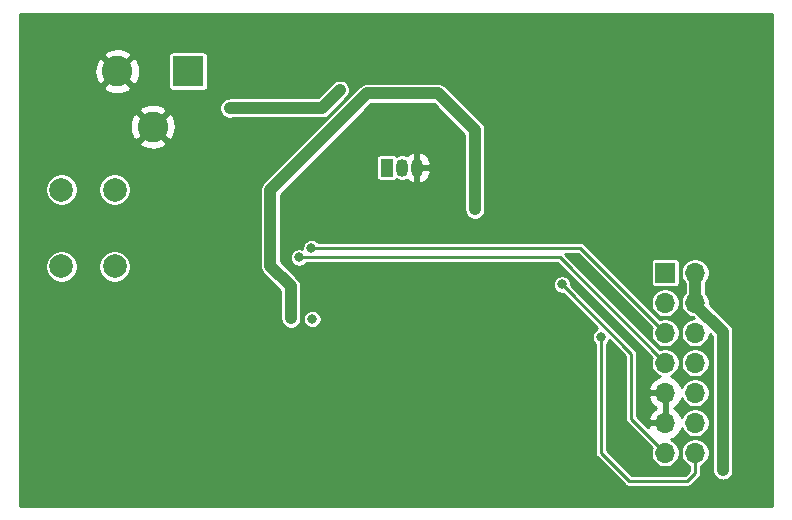
<source format=gbl>
%TF.GenerationSoftware,KiCad,Pcbnew,(5.1.10)-1*%
%TF.CreationDate,2021-08-21T14:03:18+05:30*%
%TF.ProjectId,5V_DC-DC_Converter,35565f44-432d-4444-935f-436f6e766572,v01*%
%TF.SameCoordinates,Original*%
%TF.FileFunction,Copper,L2,Bot*%
%TF.FilePolarity,Positive*%
%FSLAX46Y46*%
G04 Gerber Fmt 4.6, Leading zero omitted, Abs format (unit mm)*
G04 Created by KiCad (PCBNEW (5.1.10)-1) date 2021-08-21 14:03:18*
%MOMM*%
%LPD*%
G01*
G04 APERTURE LIST*
%TA.AperFunction,ComponentPad*%
%ADD10C,2.000000*%
%TD*%
%TA.AperFunction,ComponentPad*%
%ADD11R,1.050000X1.500000*%
%TD*%
%TA.AperFunction,ComponentPad*%
%ADD12O,1.050000X1.500000*%
%TD*%
%TA.AperFunction,ComponentPad*%
%ADD13O,1.700000X1.700000*%
%TD*%
%TA.AperFunction,ComponentPad*%
%ADD14R,1.700000X1.700000*%
%TD*%
%TA.AperFunction,ComponentPad*%
%ADD15C,2.600000*%
%TD*%
%TA.AperFunction,ComponentPad*%
%ADD16R,2.600000X2.600000*%
%TD*%
%TA.AperFunction,ViaPad*%
%ADD17C,0.800000*%
%TD*%
%TA.AperFunction,Conductor*%
%ADD18C,0.254000*%
%TD*%
%TA.AperFunction,Conductor*%
%ADD19C,1.016000*%
%TD*%
%TA.AperFunction,Conductor*%
%ADD20C,0.100000*%
%TD*%
G04 APERTURE END LIST*
D10*
%TO.P,SW1,2*%
%TO.N,/Hold_Switch/SwPin2*%
X121766720Y-99715320D03*
%TO.P,SW1,1*%
%TO.N,/Hold_Switch/Input*%
X117266720Y-99715320D03*
%TO.P,SW1,3*%
%TO.N,Net-(SW1-Pad3)*%
X121766720Y-93215320D03*
%TO.P,SW1,4*%
%TO.N,Net-(SW1-Pad4)*%
X117266720Y-93215320D03*
%TD*%
D11*
%TO.P,Q2,1*%
%TO.N,Net-(Q1-Pad2)*%
X144815560Y-91351100D03*
D12*
%TO.P,Q2,3*%
%TO.N,GND*%
X147355560Y-91351100D03*
%TO.P,Q2,2*%
%TO.N,Net-(D1-Pad1)*%
X146085560Y-91351100D03*
%TD*%
D13*
%TO.P,J2,14*%
%TO.N,5V_ADC*%
X170921560Y-115496320D03*
%TO.P,J2,13*%
%TO.N,3.3V_ADC*%
X168381560Y-115496320D03*
%TO.P,J2,12*%
%TO.N,Net-(J2-Pad12)*%
X170921560Y-112956320D03*
%TO.P,J2,11*%
%TO.N,GND*%
X168381560Y-112956320D03*
%TO.P,J2,10*%
%TO.N,Net-(J2-Pad10)*%
X170921560Y-110416320D03*
%TO.P,J2,9*%
%TO.N,GND*%
X168381560Y-110416320D03*
%TO.P,J2,8*%
%TO.N,Net-(J2-Pad8)*%
X170921560Y-107876320D03*
%TO.P,J2,7*%
%TO.N,/MC_Input*%
X168381560Y-107876320D03*
%TO.P,J2,6*%
%TO.N,Net-(J2-Pad6)*%
X170921560Y-105336320D03*
%TO.P,J2,5*%
%TO.N,/MC_Output*%
X168381560Y-105336320D03*
%TO.P,J2,4*%
%TO.N,+3.3V*%
X170921560Y-102796320D03*
%TO.P,J2,3*%
%TO.N,+5V*%
X168381560Y-102796320D03*
%TO.P,J2,2*%
%TO.N,+3.3V*%
X170921560Y-100256320D03*
D14*
%TO.P,J2,1*%
%TO.N,+5V*%
X168381560Y-100256320D03*
%TD*%
D15*
%TO.P,J1,3*%
%TO.N,GND*%
X124996000Y-87887500D03*
%TO.P,J1,2*%
X121996000Y-83187500D03*
D16*
%TO.P,J1,1*%
%TO.N,Net-(J1-Pad1)*%
X127996000Y-83187500D03*
%TD*%
D17*
%TO.N,GND*%
X132090160Y-107673140D03*
X130741420Y-107673140D03*
X132115560Y-105884980D03*
X130766820Y-105892600D03*
X132120640Y-104117140D03*
X130810000Y-104112060D03*
X152791160Y-107708700D03*
X152781000Y-105976420D03*
X152808940Y-104178100D03*
X151287480Y-107718860D03*
X151091900Y-105958640D03*
X151081740Y-104170480D03*
%TO.N,/MC_Output*%
X138435080Y-98145600D03*
%TO.N,/MC_Input*%
X137378440Y-98958400D03*
%TO.N,+3.3V*%
X173263560Y-116959380D03*
%TO.N,MC_M*%
X136700260Y-104104440D03*
X138508740Y-104170480D03*
X149156420Y-85074760D03*
X152273000Y-94891860D03*
%TO.N,3.3V_ADC*%
X159636460Y-101246940D03*
%TO.N,5V_ADC*%
X162928300Y-105709720D03*
%TO.N,/Hold_Switch/Input*%
X132547360Y-86304120D03*
X140822680Y-84797900D03*
X131516120Y-86326980D03*
%TD*%
D18*
%TO.N,/MC_Output*%
X168381560Y-105336320D02*
X161190840Y-98145600D01*
X161190840Y-98145600D02*
X138435080Y-98145600D01*
%TO.N,/MC_Input*%
X168381560Y-107876320D02*
X159463640Y-98958400D01*
X159463640Y-98958400D02*
X137378440Y-98958400D01*
D19*
%TO.N,+3.3V*%
X170921560Y-102950558D02*
X170921560Y-102796320D01*
X173263560Y-105292558D02*
X170921560Y-102950558D01*
X173263560Y-116959380D02*
X173263560Y-105292558D01*
X170921560Y-102796320D02*
X170921560Y-100256320D01*
%TO.N,MC_M*%
X136700260Y-104104440D02*
X136700260Y-101417120D01*
X136700260Y-101417120D02*
X134955280Y-99672140D01*
X134955280Y-99672140D02*
X134955280Y-93268800D01*
X134955280Y-93268800D02*
X143149320Y-85074760D01*
X143149320Y-85074760D02*
X149156420Y-85074760D01*
X149156420Y-85074760D02*
X149156420Y-85074760D01*
X152273000Y-88191340D02*
X149156420Y-85074760D01*
X152273000Y-94891860D02*
X152273000Y-88191340D01*
D18*
%TO.N,3.3V_ADC*%
X168381560Y-115496320D02*
X165493700Y-112608460D01*
X165493700Y-112608460D02*
X165493700Y-107104180D01*
X165493700Y-107104180D02*
X160036459Y-101646939D01*
X160036459Y-101646939D02*
X159636460Y-101246940D01*
%TO.N,5V_ADC*%
X170921560Y-115496320D02*
X170921560Y-117223660D01*
X165351460Y-117914420D02*
X162928300Y-115491260D01*
X162928300Y-115491260D02*
X162928300Y-105709720D01*
X170230800Y-117914420D02*
X165351460Y-117914420D01*
X170921560Y-117223660D02*
X170230800Y-117914420D01*
D19*
%TO.N,/Hold_Switch/Input*%
X132547360Y-86304120D02*
X139316460Y-86304120D01*
X139316460Y-86304120D02*
X140822680Y-84797900D01*
X131538980Y-86304120D02*
X131516120Y-86326980D01*
X132547360Y-86304120D02*
X131538980Y-86304120D01*
%TD*%
D18*
%TO.N,GND*%
X177394024Y-120017940D02*
X113789083Y-120017940D01*
X113790305Y-99579303D01*
X115885720Y-99579303D01*
X115885720Y-99851337D01*
X115938791Y-100118143D01*
X116042894Y-100369469D01*
X116194027Y-100595656D01*
X116386384Y-100788013D01*
X116612571Y-100939146D01*
X116863897Y-101043249D01*
X117130703Y-101096320D01*
X117402737Y-101096320D01*
X117669543Y-101043249D01*
X117920869Y-100939146D01*
X118147056Y-100788013D01*
X118339413Y-100595656D01*
X118490546Y-100369469D01*
X118594649Y-100118143D01*
X118647720Y-99851337D01*
X118647720Y-99579303D01*
X120385720Y-99579303D01*
X120385720Y-99851337D01*
X120438791Y-100118143D01*
X120542894Y-100369469D01*
X120694027Y-100595656D01*
X120886384Y-100788013D01*
X121112571Y-100939146D01*
X121363897Y-101043249D01*
X121630703Y-101096320D01*
X121902737Y-101096320D01*
X122169543Y-101043249D01*
X122420869Y-100939146D01*
X122647056Y-100788013D01*
X122839413Y-100595656D01*
X122990546Y-100369469D01*
X123094649Y-100118143D01*
X123147720Y-99851337D01*
X123147720Y-99579303D01*
X123094649Y-99312497D01*
X122990546Y-99061171D01*
X122839413Y-98834984D01*
X122647056Y-98642627D01*
X122420869Y-98491494D01*
X122169543Y-98387391D01*
X121902737Y-98334320D01*
X121630703Y-98334320D01*
X121363897Y-98387391D01*
X121112571Y-98491494D01*
X120886384Y-98642627D01*
X120694027Y-98834984D01*
X120542894Y-99061171D01*
X120438791Y-99312497D01*
X120385720Y-99579303D01*
X118647720Y-99579303D01*
X118594649Y-99312497D01*
X118490546Y-99061171D01*
X118339413Y-98834984D01*
X118147056Y-98642627D01*
X117920869Y-98491494D01*
X117669543Y-98387391D01*
X117402737Y-98334320D01*
X117130703Y-98334320D01*
X116863897Y-98387391D01*
X116612571Y-98491494D01*
X116386384Y-98642627D01*
X116194027Y-98834984D01*
X116042894Y-99061171D01*
X115938791Y-99312497D01*
X115885720Y-99579303D01*
X113790305Y-99579303D01*
X113790694Y-93079303D01*
X115885720Y-93079303D01*
X115885720Y-93351337D01*
X115938791Y-93618143D01*
X116042894Y-93869469D01*
X116194027Y-94095656D01*
X116386384Y-94288013D01*
X116612571Y-94439146D01*
X116863897Y-94543249D01*
X117130703Y-94596320D01*
X117402737Y-94596320D01*
X117669543Y-94543249D01*
X117920869Y-94439146D01*
X118147056Y-94288013D01*
X118339413Y-94095656D01*
X118490546Y-93869469D01*
X118594649Y-93618143D01*
X118647720Y-93351337D01*
X118647720Y-93079303D01*
X120385720Y-93079303D01*
X120385720Y-93351337D01*
X120438791Y-93618143D01*
X120542894Y-93869469D01*
X120694027Y-94095656D01*
X120886384Y-94288013D01*
X121112571Y-94439146D01*
X121363897Y-94543249D01*
X121630703Y-94596320D01*
X121902737Y-94596320D01*
X122169543Y-94543249D01*
X122420869Y-94439146D01*
X122647056Y-94288013D01*
X122839413Y-94095656D01*
X122990546Y-93869469D01*
X123094649Y-93618143D01*
X123147720Y-93351337D01*
X123147720Y-93268800D01*
X134061980Y-93268800D01*
X134066281Y-93312470D01*
X134066280Y-99628480D01*
X134061980Y-99672140D01*
X134066280Y-99715800D01*
X134066280Y-99715806D01*
X134068604Y-99739400D01*
X134079144Y-99846414D01*
X134094565Y-99897251D01*
X134129977Y-100013990D01*
X134212527Y-100168430D01*
X134323621Y-100303799D01*
X134357544Y-100331639D01*
X135811261Y-101785356D01*
X135811260Y-104148106D01*
X135824124Y-104278713D01*
X135874957Y-104446290D01*
X135957507Y-104600730D01*
X136068601Y-104736099D01*
X136203969Y-104847193D01*
X136358409Y-104929743D01*
X136525986Y-104980576D01*
X136700260Y-104997741D01*
X136874533Y-104980576D01*
X137042110Y-104929743D01*
X137196550Y-104847193D01*
X137331919Y-104736099D01*
X137443013Y-104600731D01*
X137525563Y-104446291D01*
X137576396Y-104278714D01*
X137589260Y-104148107D01*
X137589260Y-104093558D01*
X137727740Y-104093558D01*
X137727740Y-104247402D01*
X137757753Y-104398289D01*
X137816627Y-104540422D01*
X137902098Y-104668339D01*
X138010881Y-104777122D01*
X138138798Y-104862593D01*
X138280931Y-104921467D01*
X138431818Y-104951480D01*
X138585662Y-104951480D01*
X138736549Y-104921467D01*
X138878682Y-104862593D01*
X139006599Y-104777122D01*
X139115382Y-104668339D01*
X139200853Y-104540422D01*
X139259727Y-104398289D01*
X139289740Y-104247402D01*
X139289740Y-104093558D01*
X139259727Y-103942671D01*
X139200853Y-103800538D01*
X139115382Y-103672621D01*
X139006599Y-103563838D01*
X138878682Y-103478367D01*
X138736549Y-103419493D01*
X138585662Y-103389480D01*
X138431818Y-103389480D01*
X138280931Y-103419493D01*
X138138798Y-103478367D01*
X138010881Y-103563838D01*
X137902098Y-103672621D01*
X137816627Y-103800538D01*
X137757753Y-103942671D01*
X137727740Y-104093558D01*
X137589260Y-104093558D01*
X137589260Y-101460779D01*
X137593560Y-101417119D01*
X137589260Y-101373459D01*
X137589260Y-101373453D01*
X137576396Y-101242846D01*
X137576396Y-101242844D01*
X137534982Y-101106320D01*
X137525563Y-101075269D01*
X137443013Y-100920829D01*
X137331919Y-100785461D01*
X137297996Y-100757621D01*
X135844280Y-99303905D01*
X135844280Y-98881478D01*
X136597440Y-98881478D01*
X136597440Y-99035322D01*
X136627453Y-99186209D01*
X136686327Y-99328342D01*
X136771798Y-99456259D01*
X136880581Y-99565042D01*
X137008498Y-99650513D01*
X137150631Y-99709387D01*
X137301518Y-99739400D01*
X137455362Y-99739400D01*
X137606249Y-99709387D01*
X137748382Y-99650513D01*
X137876299Y-99565042D01*
X137974941Y-99466400D01*
X159253220Y-99466400D01*
X167228973Y-107442154D01*
X167197867Y-107517251D01*
X167150560Y-107755077D01*
X167150560Y-107997563D01*
X167197867Y-108235389D01*
X167290662Y-108459417D01*
X167425380Y-108661037D01*
X167596843Y-108832500D01*
X167798463Y-108967218D01*
X167912728Y-109014548D01*
X167750308Y-109072163D01*
X167500205Y-109221142D01*
X167283972Y-109416051D01*
X167109919Y-109649400D01*
X166984735Y-109912221D01*
X166940084Y-110059430D01*
X167061405Y-110289320D01*
X168254560Y-110289320D01*
X168254560Y-110269320D01*
X168508560Y-110269320D01*
X168508560Y-110289320D01*
X168528560Y-110289320D01*
X168528560Y-110543320D01*
X168508560Y-110543320D01*
X168508560Y-112829320D01*
X168528560Y-112829320D01*
X168528560Y-113083320D01*
X168508560Y-113083320D01*
X168508560Y-113103320D01*
X168254560Y-113103320D01*
X168254560Y-113083320D01*
X167061405Y-113083320D01*
X166940084Y-113313210D01*
X166950191Y-113346531D01*
X166001700Y-112398040D01*
X166001700Y-110773210D01*
X166940084Y-110773210D01*
X166984735Y-110920419D01*
X167109919Y-111183240D01*
X167283972Y-111416589D01*
X167500205Y-111611498D01*
X167625815Y-111686320D01*
X167500205Y-111761142D01*
X167283972Y-111956051D01*
X167109919Y-112189400D01*
X166984735Y-112452221D01*
X166940084Y-112599430D01*
X167061405Y-112829320D01*
X168254560Y-112829320D01*
X168254560Y-110543320D01*
X167061405Y-110543320D01*
X166940084Y-110773210D01*
X166001700Y-110773210D01*
X166001700Y-107129123D01*
X166004157Y-107104179D01*
X166001700Y-107079233D01*
X165994349Y-107004595D01*
X165965301Y-106908837D01*
X165965300Y-106908835D01*
X165918129Y-106820584D01*
X165870550Y-106762609D01*
X165854648Y-106743232D01*
X165835271Y-106727330D01*
X160417460Y-101309520D01*
X160417460Y-101170018D01*
X160387447Y-101019131D01*
X160328573Y-100876998D01*
X160243102Y-100749081D01*
X160134319Y-100640298D01*
X160006402Y-100554827D01*
X159864269Y-100495953D01*
X159713382Y-100465940D01*
X159559538Y-100465940D01*
X159408651Y-100495953D01*
X159266518Y-100554827D01*
X159138601Y-100640298D01*
X159029818Y-100749081D01*
X158944347Y-100876998D01*
X158885473Y-101019131D01*
X158855460Y-101170018D01*
X158855460Y-101323862D01*
X158885473Y-101474749D01*
X158944347Y-101616882D01*
X159029818Y-101744799D01*
X159138601Y-101853582D01*
X159266518Y-101939053D01*
X159408651Y-101997927D01*
X159559538Y-102027940D01*
X159699040Y-102027940D01*
X162650528Y-104979429D01*
X162558358Y-105017607D01*
X162430441Y-105103078D01*
X162321658Y-105211861D01*
X162236187Y-105339778D01*
X162177313Y-105481911D01*
X162147300Y-105632798D01*
X162147300Y-105786642D01*
X162177313Y-105937529D01*
X162236187Y-106079662D01*
X162321658Y-106207579D01*
X162420301Y-106306222D01*
X162420300Y-115466316D01*
X162417843Y-115491260D01*
X162420300Y-115516204D01*
X162420300Y-115516206D01*
X162427651Y-115590844D01*
X162456699Y-115686602D01*
X162503871Y-115774855D01*
X162567352Y-115852208D01*
X162586735Y-115868115D01*
X164974605Y-118255985D01*
X164990512Y-118275368D01*
X165067865Y-118338849D01*
X165156117Y-118386021D01*
X165251875Y-118415069D01*
X165326513Y-118422420D01*
X165326516Y-118422420D01*
X165351460Y-118424877D01*
X165376404Y-118422420D01*
X170205856Y-118422420D01*
X170230800Y-118424877D01*
X170255744Y-118422420D01*
X170255747Y-118422420D01*
X170330385Y-118415069D01*
X170426143Y-118386021D01*
X170514395Y-118338849D01*
X170591748Y-118275368D01*
X170607655Y-118255985D01*
X171263130Y-117600511D01*
X171282508Y-117584608D01*
X171308060Y-117553472D01*
X171345989Y-117507256D01*
X171393160Y-117419005D01*
X171396978Y-117406420D01*
X171422209Y-117323245D01*
X171429560Y-117248607D01*
X171429560Y-117248605D01*
X171432017Y-117223661D01*
X171429560Y-117198717D01*
X171429560Y-116618324D01*
X171504657Y-116587218D01*
X171706277Y-116452500D01*
X171877740Y-116281037D01*
X172012458Y-116079417D01*
X172105253Y-115855389D01*
X172152560Y-115617563D01*
X172152560Y-115375077D01*
X172105253Y-115137251D01*
X172012458Y-114913223D01*
X171877740Y-114711603D01*
X171706277Y-114540140D01*
X171504657Y-114405422D01*
X171280629Y-114312627D01*
X171042803Y-114265320D01*
X170800317Y-114265320D01*
X170562491Y-114312627D01*
X170338463Y-114405422D01*
X170136843Y-114540140D01*
X169965380Y-114711603D01*
X169830662Y-114913223D01*
X169737867Y-115137251D01*
X169690560Y-115375077D01*
X169690560Y-115617563D01*
X169737867Y-115855389D01*
X169830662Y-116079417D01*
X169965380Y-116281037D01*
X170136843Y-116452500D01*
X170338463Y-116587218D01*
X170413561Y-116618324D01*
X170413561Y-117013238D01*
X170020380Y-117406420D01*
X165561880Y-117406420D01*
X163436300Y-115280840D01*
X163436300Y-106306221D01*
X163534942Y-106207579D01*
X163620413Y-106079662D01*
X163658591Y-105987492D01*
X164985701Y-107314602D01*
X164985700Y-112583516D01*
X164983243Y-112608460D01*
X164985700Y-112633404D01*
X164985700Y-112633406D01*
X164993051Y-112708044D01*
X165022099Y-112803802D01*
X165069271Y-112892055D01*
X165132752Y-112969408D01*
X165152135Y-112985315D01*
X167228973Y-115062153D01*
X167197867Y-115137251D01*
X167150560Y-115375077D01*
X167150560Y-115617563D01*
X167197867Y-115855389D01*
X167290662Y-116079417D01*
X167425380Y-116281037D01*
X167596843Y-116452500D01*
X167798463Y-116587218D01*
X168022491Y-116680013D01*
X168260317Y-116727320D01*
X168502803Y-116727320D01*
X168740629Y-116680013D01*
X168964657Y-116587218D01*
X169166277Y-116452500D01*
X169337740Y-116281037D01*
X169472458Y-116079417D01*
X169565253Y-115855389D01*
X169612560Y-115617563D01*
X169612560Y-115375077D01*
X169565253Y-115137251D01*
X169472458Y-114913223D01*
X169337740Y-114711603D01*
X169166277Y-114540140D01*
X168964657Y-114405422D01*
X168850392Y-114358092D01*
X169012812Y-114300477D01*
X169262915Y-114151498D01*
X169479148Y-113956589D01*
X169653201Y-113723240D01*
X169778385Y-113460419D01*
X169786651Y-113433166D01*
X169830662Y-113539417D01*
X169965380Y-113741037D01*
X170136843Y-113912500D01*
X170338463Y-114047218D01*
X170562491Y-114140013D01*
X170800317Y-114187320D01*
X171042803Y-114187320D01*
X171280629Y-114140013D01*
X171504657Y-114047218D01*
X171706277Y-113912500D01*
X171877740Y-113741037D01*
X172012458Y-113539417D01*
X172105253Y-113315389D01*
X172152560Y-113077563D01*
X172152560Y-112835077D01*
X172105253Y-112597251D01*
X172012458Y-112373223D01*
X171877740Y-112171603D01*
X171706277Y-112000140D01*
X171504657Y-111865422D01*
X171280629Y-111772627D01*
X171042803Y-111725320D01*
X170800317Y-111725320D01*
X170562491Y-111772627D01*
X170338463Y-111865422D01*
X170136843Y-112000140D01*
X169965380Y-112171603D01*
X169830662Y-112373223D01*
X169786651Y-112479474D01*
X169778385Y-112452221D01*
X169653201Y-112189400D01*
X169479148Y-111956051D01*
X169262915Y-111761142D01*
X169137305Y-111686320D01*
X169262915Y-111611498D01*
X169479148Y-111416589D01*
X169653201Y-111183240D01*
X169778385Y-110920419D01*
X169786651Y-110893166D01*
X169830662Y-110999417D01*
X169965380Y-111201037D01*
X170136843Y-111372500D01*
X170338463Y-111507218D01*
X170562491Y-111600013D01*
X170800317Y-111647320D01*
X171042803Y-111647320D01*
X171280629Y-111600013D01*
X171504657Y-111507218D01*
X171706277Y-111372500D01*
X171877740Y-111201037D01*
X172012458Y-110999417D01*
X172105253Y-110775389D01*
X172152560Y-110537563D01*
X172152560Y-110295077D01*
X172105253Y-110057251D01*
X172012458Y-109833223D01*
X171877740Y-109631603D01*
X171706277Y-109460140D01*
X171504657Y-109325422D01*
X171280629Y-109232627D01*
X171042803Y-109185320D01*
X170800317Y-109185320D01*
X170562491Y-109232627D01*
X170338463Y-109325422D01*
X170136843Y-109460140D01*
X169965380Y-109631603D01*
X169830662Y-109833223D01*
X169786651Y-109939474D01*
X169778385Y-109912221D01*
X169653201Y-109649400D01*
X169479148Y-109416051D01*
X169262915Y-109221142D01*
X169012812Y-109072163D01*
X168850392Y-109014548D01*
X168964657Y-108967218D01*
X169166277Y-108832500D01*
X169337740Y-108661037D01*
X169472458Y-108459417D01*
X169565253Y-108235389D01*
X169612560Y-107997563D01*
X169612560Y-107755077D01*
X169690560Y-107755077D01*
X169690560Y-107997563D01*
X169737867Y-108235389D01*
X169830662Y-108459417D01*
X169965380Y-108661037D01*
X170136843Y-108832500D01*
X170338463Y-108967218D01*
X170562491Y-109060013D01*
X170800317Y-109107320D01*
X171042803Y-109107320D01*
X171280629Y-109060013D01*
X171504657Y-108967218D01*
X171706277Y-108832500D01*
X171877740Y-108661037D01*
X172012458Y-108459417D01*
X172105253Y-108235389D01*
X172152560Y-107997563D01*
X172152560Y-107755077D01*
X172105253Y-107517251D01*
X172012458Y-107293223D01*
X171877740Y-107091603D01*
X171706277Y-106920140D01*
X171504657Y-106785422D01*
X171280629Y-106692627D01*
X171042803Y-106645320D01*
X170800317Y-106645320D01*
X170562491Y-106692627D01*
X170338463Y-106785422D01*
X170136843Y-106920140D01*
X169965380Y-107091603D01*
X169830662Y-107293223D01*
X169737867Y-107517251D01*
X169690560Y-107755077D01*
X169612560Y-107755077D01*
X169565253Y-107517251D01*
X169472458Y-107293223D01*
X169337740Y-107091603D01*
X169166277Y-106920140D01*
X168964657Y-106785422D01*
X168740629Y-106692627D01*
X168502803Y-106645320D01*
X168260317Y-106645320D01*
X168022491Y-106692627D01*
X167947394Y-106723733D01*
X159877260Y-98653600D01*
X160980420Y-98653600D01*
X167228973Y-104902153D01*
X167197867Y-104977251D01*
X167150560Y-105215077D01*
X167150560Y-105457563D01*
X167197867Y-105695389D01*
X167290662Y-105919417D01*
X167425380Y-106121037D01*
X167596843Y-106292500D01*
X167798463Y-106427218D01*
X168022491Y-106520013D01*
X168260317Y-106567320D01*
X168502803Y-106567320D01*
X168740629Y-106520013D01*
X168964657Y-106427218D01*
X169166277Y-106292500D01*
X169337740Y-106121037D01*
X169472458Y-105919417D01*
X169565253Y-105695389D01*
X169612560Y-105457563D01*
X169612560Y-105215077D01*
X169565253Y-104977251D01*
X169472458Y-104753223D01*
X169337740Y-104551603D01*
X169166277Y-104380140D01*
X168964657Y-104245422D01*
X168740629Y-104152627D01*
X168502803Y-104105320D01*
X168260317Y-104105320D01*
X168022491Y-104152627D01*
X167947393Y-104183733D01*
X166438737Y-102675077D01*
X167150560Y-102675077D01*
X167150560Y-102917563D01*
X167197867Y-103155389D01*
X167290662Y-103379417D01*
X167425380Y-103581037D01*
X167596843Y-103752500D01*
X167798463Y-103887218D01*
X168022491Y-103980013D01*
X168260317Y-104027320D01*
X168502803Y-104027320D01*
X168740629Y-103980013D01*
X168964657Y-103887218D01*
X169166277Y-103752500D01*
X169337740Y-103581037D01*
X169472458Y-103379417D01*
X169565253Y-103155389D01*
X169612560Y-102917563D01*
X169612560Y-102675077D01*
X169565253Y-102437251D01*
X169472458Y-102213223D01*
X169337740Y-102011603D01*
X169166277Y-101840140D01*
X168964657Y-101705422D01*
X168740629Y-101612627D01*
X168502803Y-101565320D01*
X168260317Y-101565320D01*
X168022491Y-101612627D01*
X167798463Y-101705422D01*
X167596843Y-101840140D01*
X167425380Y-102011603D01*
X167290662Y-102213223D01*
X167197867Y-102437251D01*
X167150560Y-102675077D01*
X166438737Y-102675077D01*
X163169980Y-99406320D01*
X167148717Y-99406320D01*
X167148717Y-101106320D01*
X167156073Y-101181009D01*
X167177859Y-101252828D01*
X167213238Y-101319016D01*
X167260849Y-101377031D01*
X167318864Y-101424642D01*
X167385052Y-101460021D01*
X167456871Y-101481807D01*
X167531560Y-101489163D01*
X169231560Y-101489163D01*
X169306249Y-101481807D01*
X169378068Y-101460021D01*
X169444256Y-101424642D01*
X169502271Y-101377031D01*
X169549882Y-101319016D01*
X169585261Y-101252828D01*
X169607047Y-101181009D01*
X169614403Y-101106320D01*
X169614403Y-100135077D01*
X169690560Y-100135077D01*
X169690560Y-100377563D01*
X169737867Y-100615389D01*
X169830662Y-100839417D01*
X169965380Y-101041037D01*
X170032561Y-101108218D01*
X170032560Y-101944423D01*
X169965380Y-102011603D01*
X169830662Y-102213223D01*
X169737867Y-102437251D01*
X169690560Y-102675077D01*
X169690560Y-102917563D01*
X169737867Y-103155389D01*
X169830662Y-103379417D01*
X169965380Y-103581037D01*
X170136843Y-103752500D01*
X170338463Y-103887218D01*
X170562491Y-103980013D01*
X170726380Y-104012613D01*
X170819087Y-104105320D01*
X170800317Y-104105320D01*
X170562491Y-104152627D01*
X170338463Y-104245422D01*
X170136843Y-104380140D01*
X169965380Y-104551603D01*
X169830662Y-104753223D01*
X169737867Y-104977251D01*
X169690560Y-105215077D01*
X169690560Y-105457563D01*
X169737867Y-105695389D01*
X169830662Y-105919417D01*
X169965380Y-106121037D01*
X170136843Y-106292500D01*
X170338463Y-106427218D01*
X170562491Y-106520013D01*
X170800317Y-106567320D01*
X171042803Y-106567320D01*
X171280629Y-106520013D01*
X171504657Y-106427218D01*
X171706277Y-106292500D01*
X171877740Y-106121037D01*
X172012458Y-105919417D01*
X172105253Y-105695389D01*
X172152560Y-105457563D01*
X172152560Y-105438794D01*
X172374561Y-105660795D01*
X172374560Y-117003046D01*
X172387424Y-117133653D01*
X172438257Y-117301230D01*
X172520807Y-117455670D01*
X172631901Y-117591039D01*
X172767269Y-117702133D01*
X172921709Y-117784683D01*
X173089286Y-117835516D01*
X173263560Y-117852681D01*
X173437833Y-117835516D01*
X173605410Y-117784683D01*
X173759850Y-117702133D01*
X173895219Y-117591039D01*
X174006313Y-117455671D01*
X174088863Y-117301231D01*
X174139696Y-117133654D01*
X174152560Y-117003047D01*
X174152560Y-105336217D01*
X174156860Y-105292557D01*
X174152560Y-105248897D01*
X174152560Y-105248891D01*
X174139696Y-105118284D01*
X174139696Y-105118282D01*
X174096915Y-104977251D01*
X174088863Y-104950707D01*
X174006313Y-104796267D01*
X173895219Y-104660899D01*
X173861302Y-104633064D01*
X172151438Y-102923201D01*
X172152560Y-102917563D01*
X172152560Y-102675077D01*
X172105253Y-102437251D01*
X172012458Y-102213223D01*
X171877740Y-102011603D01*
X171810560Y-101944423D01*
X171810560Y-101108217D01*
X171877740Y-101041037D01*
X172012458Y-100839417D01*
X172105253Y-100615389D01*
X172152560Y-100377563D01*
X172152560Y-100135077D01*
X172105253Y-99897251D01*
X172012458Y-99673223D01*
X171877740Y-99471603D01*
X171706277Y-99300140D01*
X171504657Y-99165422D01*
X171280629Y-99072627D01*
X171042803Y-99025320D01*
X170800317Y-99025320D01*
X170562491Y-99072627D01*
X170338463Y-99165422D01*
X170136843Y-99300140D01*
X169965380Y-99471603D01*
X169830662Y-99673223D01*
X169737867Y-99897251D01*
X169690560Y-100135077D01*
X169614403Y-100135077D01*
X169614403Y-99406320D01*
X169607047Y-99331631D01*
X169585261Y-99259812D01*
X169549882Y-99193624D01*
X169502271Y-99135609D01*
X169444256Y-99087998D01*
X169378068Y-99052619D01*
X169306249Y-99030833D01*
X169231560Y-99023477D01*
X167531560Y-99023477D01*
X167456871Y-99030833D01*
X167385052Y-99052619D01*
X167318864Y-99087998D01*
X167260849Y-99135609D01*
X167213238Y-99193624D01*
X167177859Y-99259812D01*
X167156073Y-99331631D01*
X167148717Y-99406320D01*
X163169980Y-99406320D01*
X161567695Y-97804035D01*
X161551788Y-97784652D01*
X161474435Y-97721171D01*
X161386183Y-97673999D01*
X161290425Y-97644951D01*
X161215787Y-97637600D01*
X161215784Y-97637600D01*
X161190840Y-97635143D01*
X161165896Y-97637600D01*
X139031581Y-97637600D01*
X138932939Y-97538958D01*
X138805022Y-97453487D01*
X138662889Y-97394613D01*
X138512002Y-97364600D01*
X138358158Y-97364600D01*
X138207271Y-97394613D01*
X138065138Y-97453487D01*
X137937221Y-97538958D01*
X137828438Y-97647741D01*
X137742967Y-97775658D01*
X137684093Y-97917791D01*
X137654080Y-98068678D01*
X137654080Y-98222522D01*
X137655100Y-98227648D01*
X137606249Y-98207413D01*
X137455362Y-98177400D01*
X137301518Y-98177400D01*
X137150631Y-98207413D01*
X137008498Y-98266287D01*
X136880581Y-98351758D01*
X136771798Y-98460541D01*
X136686327Y-98588458D01*
X136627453Y-98730591D01*
X136597440Y-98881478D01*
X135844280Y-98881478D01*
X135844280Y-93637035D01*
X138880215Y-90601100D01*
X143907717Y-90601100D01*
X143907717Y-92101100D01*
X143915073Y-92175789D01*
X143936859Y-92247608D01*
X143972238Y-92313796D01*
X144019849Y-92371811D01*
X144077864Y-92419422D01*
X144144052Y-92454801D01*
X144215871Y-92476587D01*
X144290560Y-92483943D01*
X145340560Y-92483943D01*
X145415249Y-92476587D01*
X145487068Y-92454801D01*
X145553256Y-92419422D01*
X145611271Y-92371811D01*
X145623776Y-92356573D01*
X145737173Y-92417184D01*
X145907954Y-92468990D01*
X146085560Y-92486483D01*
X146263167Y-92468990D01*
X146433948Y-92417184D01*
X146510454Y-92376291D01*
X146591302Y-92461284D01*
X146778678Y-92593375D01*
X146988223Y-92686372D01*
X147049750Y-92695064D01*
X147228560Y-92569263D01*
X147228560Y-91478100D01*
X147482560Y-91478100D01*
X147482560Y-92569263D01*
X147661370Y-92695064D01*
X147722897Y-92686372D01*
X147932442Y-92593375D01*
X148119818Y-92461284D01*
X148277824Y-92295176D01*
X148400388Y-92101434D01*
X148482799Y-91887504D01*
X148521891Y-91661607D01*
X148362158Y-91478100D01*
X147482560Y-91478100D01*
X147228560Y-91478100D01*
X147208560Y-91478100D01*
X147208560Y-91224100D01*
X147228560Y-91224100D01*
X147228560Y-90132937D01*
X147482560Y-90132937D01*
X147482560Y-91224100D01*
X148362158Y-91224100D01*
X148521891Y-91040593D01*
X148482799Y-90814696D01*
X148400388Y-90600766D01*
X148277824Y-90407024D01*
X148119818Y-90240916D01*
X147932442Y-90108825D01*
X147722897Y-90015828D01*
X147661370Y-90007136D01*
X147482560Y-90132937D01*
X147228560Y-90132937D01*
X147049750Y-90007136D01*
X146988223Y-90015828D01*
X146778678Y-90108825D01*
X146591302Y-90240916D01*
X146510454Y-90325909D01*
X146433947Y-90285016D01*
X146263166Y-90233210D01*
X146085560Y-90215717D01*
X145907953Y-90233210D01*
X145737172Y-90285016D01*
X145623776Y-90345627D01*
X145611271Y-90330389D01*
X145553256Y-90282778D01*
X145487068Y-90247399D01*
X145415249Y-90225613D01*
X145340560Y-90218257D01*
X144290560Y-90218257D01*
X144215871Y-90225613D01*
X144144052Y-90247399D01*
X144077864Y-90282778D01*
X144019849Y-90330389D01*
X143972238Y-90388404D01*
X143936859Y-90454592D01*
X143915073Y-90526411D01*
X143907717Y-90601100D01*
X138880215Y-90601100D01*
X143517556Y-85963760D01*
X148788185Y-85963760D01*
X151384001Y-88559577D01*
X151384000Y-94935526D01*
X151396864Y-95066133D01*
X151447697Y-95233710D01*
X151530247Y-95388150D01*
X151641341Y-95523519D01*
X151776709Y-95634613D01*
X151931149Y-95717163D01*
X152098726Y-95767996D01*
X152273000Y-95785161D01*
X152447273Y-95767996D01*
X152614850Y-95717163D01*
X152769290Y-95634613D01*
X152904659Y-95523519D01*
X153015753Y-95388151D01*
X153098303Y-95233711D01*
X153149136Y-95066134D01*
X153162000Y-94935527D01*
X153162000Y-88235000D01*
X153166300Y-88191340D01*
X153162000Y-88147680D01*
X153162000Y-88147673D01*
X153149136Y-88017066D01*
X153098303Y-87849489D01*
X153015753Y-87695049D01*
X152904659Y-87559681D01*
X152870742Y-87531846D01*
X149815919Y-84477024D01*
X149788079Y-84443101D01*
X149652711Y-84332007D01*
X149498271Y-84249457D01*
X149330694Y-84198624D01*
X149200087Y-84185760D01*
X149200080Y-84185760D01*
X149156420Y-84181460D01*
X149112760Y-84185760D01*
X143192979Y-84185760D01*
X143149319Y-84181460D01*
X143105659Y-84185760D01*
X143105653Y-84185760D01*
X143008244Y-84195354D01*
X142975044Y-84198624D01*
X142887491Y-84225183D01*
X142807469Y-84249457D01*
X142653029Y-84332007D01*
X142517661Y-84443101D01*
X142489826Y-84477018D01*
X134357539Y-92609306D01*
X134323622Y-92637141D01*
X134295787Y-92671058D01*
X134295785Y-92671060D01*
X134212528Y-92772509D01*
X134129978Y-92926948D01*
X134079144Y-93094526D01*
X134061980Y-93268800D01*
X123147720Y-93268800D01*
X123147720Y-93079303D01*
X123094649Y-92812497D01*
X122990546Y-92561171D01*
X122839413Y-92334984D01*
X122647056Y-92142627D01*
X122420869Y-91991494D01*
X122169543Y-91887391D01*
X121902737Y-91834320D01*
X121630703Y-91834320D01*
X121363897Y-91887391D01*
X121112571Y-91991494D01*
X120886384Y-92142627D01*
X120694027Y-92334984D01*
X120542894Y-92561171D01*
X120438791Y-92812497D01*
X120385720Y-93079303D01*
X118647720Y-93079303D01*
X118594649Y-92812497D01*
X118490546Y-92561171D01*
X118339413Y-92334984D01*
X118147056Y-92142627D01*
X117920869Y-91991494D01*
X117669543Y-91887391D01*
X117402737Y-91834320D01*
X117130703Y-91834320D01*
X116863897Y-91887391D01*
X116612571Y-91991494D01*
X116386384Y-92142627D01*
X116194027Y-92334984D01*
X116042894Y-92561171D01*
X115938791Y-92812497D01*
X115885720Y-93079303D01*
X113790694Y-93079303D01*
X113790923Y-89236724D01*
X123826381Y-89236724D01*
X123958317Y-89531812D01*
X124299045Y-89702659D01*
X124666557Y-89803750D01*
X125046729Y-89831201D01*
X125424951Y-89783957D01*
X125786690Y-89663833D01*
X126033683Y-89531812D01*
X126165619Y-89236724D01*
X124996000Y-88067105D01*
X123826381Y-89236724D01*
X113790923Y-89236724D01*
X113791001Y-87938229D01*
X123052299Y-87938229D01*
X123099543Y-88316451D01*
X123219667Y-88678190D01*
X123351688Y-88925183D01*
X123646776Y-89057119D01*
X124816395Y-87887500D01*
X125175605Y-87887500D01*
X126345224Y-89057119D01*
X126640312Y-88925183D01*
X126811159Y-88584455D01*
X126912250Y-88216943D01*
X126939701Y-87836771D01*
X126892457Y-87458549D01*
X126772333Y-87096810D01*
X126640312Y-86849817D01*
X126345224Y-86717881D01*
X125175605Y-87887500D01*
X124816395Y-87887500D01*
X123646776Y-86717881D01*
X123351688Y-86849817D01*
X123180841Y-87190545D01*
X123079750Y-87558057D01*
X123052299Y-87938229D01*
X113791001Y-87938229D01*
X113791084Y-86538276D01*
X123826381Y-86538276D01*
X124996000Y-87707895D01*
X126165619Y-86538276D01*
X126071148Y-86326980D01*
X130622820Y-86326980D01*
X130639984Y-86501254D01*
X130690818Y-86668832D01*
X130773368Y-86823271D01*
X130884461Y-86958639D01*
X131019829Y-87069732D01*
X131174268Y-87152282D01*
X131341846Y-87203116D01*
X131516120Y-87220280D01*
X131690394Y-87203116D01*
X131723347Y-87193120D01*
X139272800Y-87193120D01*
X139316460Y-87197420D01*
X139360120Y-87193120D01*
X139360127Y-87193120D01*
X139490734Y-87180256D01*
X139658311Y-87129423D01*
X139812751Y-87046873D01*
X139948119Y-86935779D01*
X139975959Y-86901856D01*
X141482175Y-85395641D01*
X141565432Y-85294192D01*
X141647982Y-85139753D01*
X141698816Y-84972175D01*
X141715980Y-84797900D01*
X141698816Y-84623625D01*
X141647982Y-84456048D01*
X141565432Y-84301609D01*
X141454339Y-84166241D01*
X141318971Y-84055148D01*
X141164532Y-83972598D01*
X140996955Y-83921764D01*
X140822680Y-83904600D01*
X140648405Y-83921764D01*
X140480827Y-83972598D01*
X140326388Y-84055148D01*
X140224939Y-84138405D01*
X138948225Y-85415120D01*
X131582640Y-85415120D01*
X131538980Y-85410820D01*
X131495320Y-85415120D01*
X131495313Y-85415120D01*
X131364706Y-85427984D01*
X131197129Y-85478817D01*
X131042689Y-85561367D01*
X130907321Y-85672461D01*
X130879481Y-85706384D01*
X130856625Y-85729240D01*
X130773368Y-85830689D01*
X130690818Y-85985128D01*
X130639984Y-86152706D01*
X130622820Y-86326980D01*
X126071148Y-86326980D01*
X126033683Y-86243188D01*
X125692955Y-86072341D01*
X125325443Y-85971250D01*
X124945271Y-85943799D01*
X124567049Y-85991043D01*
X124205310Y-86111167D01*
X123958317Y-86243188D01*
X123826381Y-86538276D01*
X113791084Y-86538276D01*
X113791205Y-84536724D01*
X120826381Y-84536724D01*
X120958317Y-84831812D01*
X121299045Y-85002659D01*
X121666557Y-85103750D01*
X122046729Y-85131201D01*
X122424951Y-85083957D01*
X122786690Y-84963833D01*
X123033683Y-84831812D01*
X123165619Y-84536724D01*
X121996000Y-83367105D01*
X120826381Y-84536724D01*
X113791205Y-84536724D01*
X113791283Y-83238229D01*
X120052299Y-83238229D01*
X120099543Y-83616451D01*
X120219667Y-83978190D01*
X120351688Y-84225183D01*
X120646776Y-84357119D01*
X121816395Y-83187500D01*
X122175605Y-83187500D01*
X123345224Y-84357119D01*
X123640312Y-84225183D01*
X123811159Y-83884455D01*
X123912250Y-83516943D01*
X123939701Y-83136771D01*
X123892457Y-82758549D01*
X123772333Y-82396810D01*
X123640312Y-82149817D01*
X123345224Y-82017881D01*
X122175605Y-83187500D01*
X121816395Y-83187500D01*
X120646776Y-82017881D01*
X120351688Y-82149817D01*
X120180841Y-82490545D01*
X120079750Y-82858057D01*
X120052299Y-83238229D01*
X113791283Y-83238229D01*
X113791366Y-81838276D01*
X120826381Y-81838276D01*
X121996000Y-83007895D01*
X123116395Y-81887500D01*
X126313157Y-81887500D01*
X126313157Y-84487500D01*
X126320513Y-84562189D01*
X126342299Y-84634008D01*
X126377678Y-84700196D01*
X126425289Y-84758211D01*
X126483304Y-84805822D01*
X126549492Y-84841201D01*
X126621311Y-84862987D01*
X126696000Y-84870343D01*
X129296000Y-84870343D01*
X129370689Y-84862987D01*
X129442508Y-84841201D01*
X129508696Y-84805822D01*
X129566711Y-84758211D01*
X129614322Y-84700196D01*
X129649701Y-84634008D01*
X129671487Y-84562189D01*
X129678843Y-84487500D01*
X129678843Y-81887500D01*
X129671487Y-81812811D01*
X129649701Y-81740992D01*
X129614322Y-81674804D01*
X129566711Y-81616789D01*
X129508696Y-81569178D01*
X129442508Y-81533799D01*
X129370689Y-81512013D01*
X129296000Y-81504657D01*
X126696000Y-81504657D01*
X126621311Y-81512013D01*
X126549492Y-81533799D01*
X126483304Y-81569178D01*
X126425289Y-81616789D01*
X126377678Y-81674804D01*
X126342299Y-81740992D01*
X126320513Y-81812811D01*
X126313157Y-81887500D01*
X123116395Y-81887500D01*
X123165619Y-81838276D01*
X123033683Y-81543188D01*
X122692955Y-81372341D01*
X122325443Y-81271250D01*
X121945271Y-81243799D01*
X121567049Y-81291043D01*
X121205310Y-81411167D01*
X120958317Y-81543188D01*
X120826381Y-81838276D01*
X113791366Y-81838276D01*
X113791576Y-78353520D01*
X177396517Y-78353520D01*
X177394024Y-120017940D01*
%TA.AperFunction,Conductor*%
D20*
G36*
X177394024Y-120017940D02*
G01*
X113789083Y-120017940D01*
X113790305Y-99579303D01*
X115885720Y-99579303D01*
X115885720Y-99851337D01*
X115938791Y-100118143D01*
X116042894Y-100369469D01*
X116194027Y-100595656D01*
X116386384Y-100788013D01*
X116612571Y-100939146D01*
X116863897Y-101043249D01*
X117130703Y-101096320D01*
X117402737Y-101096320D01*
X117669543Y-101043249D01*
X117920869Y-100939146D01*
X118147056Y-100788013D01*
X118339413Y-100595656D01*
X118490546Y-100369469D01*
X118594649Y-100118143D01*
X118647720Y-99851337D01*
X118647720Y-99579303D01*
X120385720Y-99579303D01*
X120385720Y-99851337D01*
X120438791Y-100118143D01*
X120542894Y-100369469D01*
X120694027Y-100595656D01*
X120886384Y-100788013D01*
X121112571Y-100939146D01*
X121363897Y-101043249D01*
X121630703Y-101096320D01*
X121902737Y-101096320D01*
X122169543Y-101043249D01*
X122420869Y-100939146D01*
X122647056Y-100788013D01*
X122839413Y-100595656D01*
X122990546Y-100369469D01*
X123094649Y-100118143D01*
X123147720Y-99851337D01*
X123147720Y-99579303D01*
X123094649Y-99312497D01*
X122990546Y-99061171D01*
X122839413Y-98834984D01*
X122647056Y-98642627D01*
X122420869Y-98491494D01*
X122169543Y-98387391D01*
X121902737Y-98334320D01*
X121630703Y-98334320D01*
X121363897Y-98387391D01*
X121112571Y-98491494D01*
X120886384Y-98642627D01*
X120694027Y-98834984D01*
X120542894Y-99061171D01*
X120438791Y-99312497D01*
X120385720Y-99579303D01*
X118647720Y-99579303D01*
X118594649Y-99312497D01*
X118490546Y-99061171D01*
X118339413Y-98834984D01*
X118147056Y-98642627D01*
X117920869Y-98491494D01*
X117669543Y-98387391D01*
X117402737Y-98334320D01*
X117130703Y-98334320D01*
X116863897Y-98387391D01*
X116612571Y-98491494D01*
X116386384Y-98642627D01*
X116194027Y-98834984D01*
X116042894Y-99061171D01*
X115938791Y-99312497D01*
X115885720Y-99579303D01*
X113790305Y-99579303D01*
X113790694Y-93079303D01*
X115885720Y-93079303D01*
X115885720Y-93351337D01*
X115938791Y-93618143D01*
X116042894Y-93869469D01*
X116194027Y-94095656D01*
X116386384Y-94288013D01*
X116612571Y-94439146D01*
X116863897Y-94543249D01*
X117130703Y-94596320D01*
X117402737Y-94596320D01*
X117669543Y-94543249D01*
X117920869Y-94439146D01*
X118147056Y-94288013D01*
X118339413Y-94095656D01*
X118490546Y-93869469D01*
X118594649Y-93618143D01*
X118647720Y-93351337D01*
X118647720Y-93079303D01*
X120385720Y-93079303D01*
X120385720Y-93351337D01*
X120438791Y-93618143D01*
X120542894Y-93869469D01*
X120694027Y-94095656D01*
X120886384Y-94288013D01*
X121112571Y-94439146D01*
X121363897Y-94543249D01*
X121630703Y-94596320D01*
X121902737Y-94596320D01*
X122169543Y-94543249D01*
X122420869Y-94439146D01*
X122647056Y-94288013D01*
X122839413Y-94095656D01*
X122990546Y-93869469D01*
X123094649Y-93618143D01*
X123147720Y-93351337D01*
X123147720Y-93268800D01*
X134061980Y-93268800D01*
X134066281Y-93312470D01*
X134066280Y-99628480D01*
X134061980Y-99672140D01*
X134066280Y-99715800D01*
X134066280Y-99715806D01*
X134068604Y-99739400D01*
X134079144Y-99846414D01*
X134094565Y-99897251D01*
X134129977Y-100013990D01*
X134212527Y-100168430D01*
X134323621Y-100303799D01*
X134357544Y-100331639D01*
X135811261Y-101785356D01*
X135811260Y-104148106D01*
X135824124Y-104278713D01*
X135874957Y-104446290D01*
X135957507Y-104600730D01*
X136068601Y-104736099D01*
X136203969Y-104847193D01*
X136358409Y-104929743D01*
X136525986Y-104980576D01*
X136700260Y-104997741D01*
X136874533Y-104980576D01*
X137042110Y-104929743D01*
X137196550Y-104847193D01*
X137331919Y-104736099D01*
X137443013Y-104600731D01*
X137525563Y-104446291D01*
X137576396Y-104278714D01*
X137589260Y-104148107D01*
X137589260Y-104093558D01*
X137727740Y-104093558D01*
X137727740Y-104247402D01*
X137757753Y-104398289D01*
X137816627Y-104540422D01*
X137902098Y-104668339D01*
X138010881Y-104777122D01*
X138138798Y-104862593D01*
X138280931Y-104921467D01*
X138431818Y-104951480D01*
X138585662Y-104951480D01*
X138736549Y-104921467D01*
X138878682Y-104862593D01*
X139006599Y-104777122D01*
X139115382Y-104668339D01*
X139200853Y-104540422D01*
X139259727Y-104398289D01*
X139289740Y-104247402D01*
X139289740Y-104093558D01*
X139259727Y-103942671D01*
X139200853Y-103800538D01*
X139115382Y-103672621D01*
X139006599Y-103563838D01*
X138878682Y-103478367D01*
X138736549Y-103419493D01*
X138585662Y-103389480D01*
X138431818Y-103389480D01*
X138280931Y-103419493D01*
X138138798Y-103478367D01*
X138010881Y-103563838D01*
X137902098Y-103672621D01*
X137816627Y-103800538D01*
X137757753Y-103942671D01*
X137727740Y-104093558D01*
X137589260Y-104093558D01*
X137589260Y-101460779D01*
X137593560Y-101417119D01*
X137589260Y-101373459D01*
X137589260Y-101373453D01*
X137576396Y-101242846D01*
X137576396Y-101242844D01*
X137534982Y-101106320D01*
X137525563Y-101075269D01*
X137443013Y-100920829D01*
X137331919Y-100785461D01*
X137297996Y-100757621D01*
X135844280Y-99303905D01*
X135844280Y-98881478D01*
X136597440Y-98881478D01*
X136597440Y-99035322D01*
X136627453Y-99186209D01*
X136686327Y-99328342D01*
X136771798Y-99456259D01*
X136880581Y-99565042D01*
X137008498Y-99650513D01*
X137150631Y-99709387D01*
X137301518Y-99739400D01*
X137455362Y-99739400D01*
X137606249Y-99709387D01*
X137748382Y-99650513D01*
X137876299Y-99565042D01*
X137974941Y-99466400D01*
X159253220Y-99466400D01*
X167228973Y-107442154D01*
X167197867Y-107517251D01*
X167150560Y-107755077D01*
X167150560Y-107997563D01*
X167197867Y-108235389D01*
X167290662Y-108459417D01*
X167425380Y-108661037D01*
X167596843Y-108832500D01*
X167798463Y-108967218D01*
X167912728Y-109014548D01*
X167750308Y-109072163D01*
X167500205Y-109221142D01*
X167283972Y-109416051D01*
X167109919Y-109649400D01*
X166984735Y-109912221D01*
X166940084Y-110059430D01*
X167061405Y-110289320D01*
X168254560Y-110289320D01*
X168254560Y-110269320D01*
X168508560Y-110269320D01*
X168508560Y-110289320D01*
X168528560Y-110289320D01*
X168528560Y-110543320D01*
X168508560Y-110543320D01*
X168508560Y-112829320D01*
X168528560Y-112829320D01*
X168528560Y-113083320D01*
X168508560Y-113083320D01*
X168508560Y-113103320D01*
X168254560Y-113103320D01*
X168254560Y-113083320D01*
X167061405Y-113083320D01*
X166940084Y-113313210D01*
X166950191Y-113346531D01*
X166001700Y-112398040D01*
X166001700Y-110773210D01*
X166940084Y-110773210D01*
X166984735Y-110920419D01*
X167109919Y-111183240D01*
X167283972Y-111416589D01*
X167500205Y-111611498D01*
X167625815Y-111686320D01*
X167500205Y-111761142D01*
X167283972Y-111956051D01*
X167109919Y-112189400D01*
X166984735Y-112452221D01*
X166940084Y-112599430D01*
X167061405Y-112829320D01*
X168254560Y-112829320D01*
X168254560Y-110543320D01*
X167061405Y-110543320D01*
X166940084Y-110773210D01*
X166001700Y-110773210D01*
X166001700Y-107129123D01*
X166004157Y-107104179D01*
X166001700Y-107079233D01*
X165994349Y-107004595D01*
X165965301Y-106908837D01*
X165965300Y-106908835D01*
X165918129Y-106820584D01*
X165870550Y-106762609D01*
X165854648Y-106743232D01*
X165835271Y-106727330D01*
X160417460Y-101309520D01*
X160417460Y-101170018D01*
X160387447Y-101019131D01*
X160328573Y-100876998D01*
X160243102Y-100749081D01*
X160134319Y-100640298D01*
X160006402Y-100554827D01*
X159864269Y-100495953D01*
X159713382Y-100465940D01*
X159559538Y-100465940D01*
X159408651Y-100495953D01*
X159266518Y-100554827D01*
X159138601Y-100640298D01*
X159029818Y-100749081D01*
X158944347Y-100876998D01*
X158885473Y-101019131D01*
X158855460Y-101170018D01*
X158855460Y-101323862D01*
X158885473Y-101474749D01*
X158944347Y-101616882D01*
X159029818Y-101744799D01*
X159138601Y-101853582D01*
X159266518Y-101939053D01*
X159408651Y-101997927D01*
X159559538Y-102027940D01*
X159699040Y-102027940D01*
X162650528Y-104979429D01*
X162558358Y-105017607D01*
X162430441Y-105103078D01*
X162321658Y-105211861D01*
X162236187Y-105339778D01*
X162177313Y-105481911D01*
X162147300Y-105632798D01*
X162147300Y-105786642D01*
X162177313Y-105937529D01*
X162236187Y-106079662D01*
X162321658Y-106207579D01*
X162420301Y-106306222D01*
X162420300Y-115466316D01*
X162417843Y-115491260D01*
X162420300Y-115516204D01*
X162420300Y-115516206D01*
X162427651Y-115590844D01*
X162456699Y-115686602D01*
X162503871Y-115774855D01*
X162567352Y-115852208D01*
X162586735Y-115868115D01*
X164974605Y-118255985D01*
X164990512Y-118275368D01*
X165067865Y-118338849D01*
X165156117Y-118386021D01*
X165251875Y-118415069D01*
X165326513Y-118422420D01*
X165326516Y-118422420D01*
X165351460Y-118424877D01*
X165376404Y-118422420D01*
X170205856Y-118422420D01*
X170230800Y-118424877D01*
X170255744Y-118422420D01*
X170255747Y-118422420D01*
X170330385Y-118415069D01*
X170426143Y-118386021D01*
X170514395Y-118338849D01*
X170591748Y-118275368D01*
X170607655Y-118255985D01*
X171263130Y-117600511D01*
X171282508Y-117584608D01*
X171308060Y-117553472D01*
X171345989Y-117507256D01*
X171393160Y-117419005D01*
X171396978Y-117406420D01*
X171422209Y-117323245D01*
X171429560Y-117248607D01*
X171429560Y-117248605D01*
X171432017Y-117223661D01*
X171429560Y-117198717D01*
X171429560Y-116618324D01*
X171504657Y-116587218D01*
X171706277Y-116452500D01*
X171877740Y-116281037D01*
X172012458Y-116079417D01*
X172105253Y-115855389D01*
X172152560Y-115617563D01*
X172152560Y-115375077D01*
X172105253Y-115137251D01*
X172012458Y-114913223D01*
X171877740Y-114711603D01*
X171706277Y-114540140D01*
X171504657Y-114405422D01*
X171280629Y-114312627D01*
X171042803Y-114265320D01*
X170800317Y-114265320D01*
X170562491Y-114312627D01*
X170338463Y-114405422D01*
X170136843Y-114540140D01*
X169965380Y-114711603D01*
X169830662Y-114913223D01*
X169737867Y-115137251D01*
X169690560Y-115375077D01*
X169690560Y-115617563D01*
X169737867Y-115855389D01*
X169830662Y-116079417D01*
X169965380Y-116281037D01*
X170136843Y-116452500D01*
X170338463Y-116587218D01*
X170413561Y-116618324D01*
X170413561Y-117013238D01*
X170020380Y-117406420D01*
X165561880Y-117406420D01*
X163436300Y-115280840D01*
X163436300Y-106306221D01*
X163534942Y-106207579D01*
X163620413Y-106079662D01*
X163658591Y-105987492D01*
X164985701Y-107314602D01*
X164985700Y-112583516D01*
X164983243Y-112608460D01*
X164985700Y-112633404D01*
X164985700Y-112633406D01*
X164993051Y-112708044D01*
X165022099Y-112803802D01*
X165069271Y-112892055D01*
X165132752Y-112969408D01*
X165152135Y-112985315D01*
X167228973Y-115062153D01*
X167197867Y-115137251D01*
X167150560Y-115375077D01*
X167150560Y-115617563D01*
X167197867Y-115855389D01*
X167290662Y-116079417D01*
X167425380Y-116281037D01*
X167596843Y-116452500D01*
X167798463Y-116587218D01*
X168022491Y-116680013D01*
X168260317Y-116727320D01*
X168502803Y-116727320D01*
X168740629Y-116680013D01*
X168964657Y-116587218D01*
X169166277Y-116452500D01*
X169337740Y-116281037D01*
X169472458Y-116079417D01*
X169565253Y-115855389D01*
X169612560Y-115617563D01*
X169612560Y-115375077D01*
X169565253Y-115137251D01*
X169472458Y-114913223D01*
X169337740Y-114711603D01*
X169166277Y-114540140D01*
X168964657Y-114405422D01*
X168850392Y-114358092D01*
X169012812Y-114300477D01*
X169262915Y-114151498D01*
X169479148Y-113956589D01*
X169653201Y-113723240D01*
X169778385Y-113460419D01*
X169786651Y-113433166D01*
X169830662Y-113539417D01*
X169965380Y-113741037D01*
X170136843Y-113912500D01*
X170338463Y-114047218D01*
X170562491Y-114140013D01*
X170800317Y-114187320D01*
X171042803Y-114187320D01*
X171280629Y-114140013D01*
X171504657Y-114047218D01*
X171706277Y-113912500D01*
X171877740Y-113741037D01*
X172012458Y-113539417D01*
X172105253Y-113315389D01*
X172152560Y-113077563D01*
X172152560Y-112835077D01*
X172105253Y-112597251D01*
X172012458Y-112373223D01*
X171877740Y-112171603D01*
X171706277Y-112000140D01*
X171504657Y-111865422D01*
X171280629Y-111772627D01*
X171042803Y-111725320D01*
X170800317Y-111725320D01*
X170562491Y-111772627D01*
X170338463Y-111865422D01*
X170136843Y-112000140D01*
X169965380Y-112171603D01*
X169830662Y-112373223D01*
X169786651Y-112479474D01*
X169778385Y-112452221D01*
X169653201Y-112189400D01*
X169479148Y-111956051D01*
X169262915Y-111761142D01*
X169137305Y-111686320D01*
X169262915Y-111611498D01*
X169479148Y-111416589D01*
X169653201Y-111183240D01*
X169778385Y-110920419D01*
X169786651Y-110893166D01*
X169830662Y-110999417D01*
X169965380Y-111201037D01*
X170136843Y-111372500D01*
X170338463Y-111507218D01*
X170562491Y-111600013D01*
X170800317Y-111647320D01*
X171042803Y-111647320D01*
X171280629Y-111600013D01*
X171504657Y-111507218D01*
X171706277Y-111372500D01*
X171877740Y-111201037D01*
X172012458Y-110999417D01*
X172105253Y-110775389D01*
X172152560Y-110537563D01*
X172152560Y-110295077D01*
X172105253Y-110057251D01*
X172012458Y-109833223D01*
X171877740Y-109631603D01*
X171706277Y-109460140D01*
X171504657Y-109325422D01*
X171280629Y-109232627D01*
X171042803Y-109185320D01*
X170800317Y-109185320D01*
X170562491Y-109232627D01*
X170338463Y-109325422D01*
X170136843Y-109460140D01*
X169965380Y-109631603D01*
X169830662Y-109833223D01*
X169786651Y-109939474D01*
X169778385Y-109912221D01*
X169653201Y-109649400D01*
X169479148Y-109416051D01*
X169262915Y-109221142D01*
X169012812Y-109072163D01*
X168850392Y-109014548D01*
X168964657Y-108967218D01*
X169166277Y-108832500D01*
X169337740Y-108661037D01*
X169472458Y-108459417D01*
X169565253Y-108235389D01*
X169612560Y-107997563D01*
X169612560Y-107755077D01*
X169690560Y-107755077D01*
X169690560Y-107997563D01*
X169737867Y-108235389D01*
X169830662Y-108459417D01*
X169965380Y-108661037D01*
X170136843Y-108832500D01*
X170338463Y-108967218D01*
X170562491Y-109060013D01*
X170800317Y-109107320D01*
X171042803Y-109107320D01*
X171280629Y-109060013D01*
X171504657Y-108967218D01*
X171706277Y-108832500D01*
X171877740Y-108661037D01*
X172012458Y-108459417D01*
X172105253Y-108235389D01*
X172152560Y-107997563D01*
X172152560Y-107755077D01*
X172105253Y-107517251D01*
X172012458Y-107293223D01*
X171877740Y-107091603D01*
X171706277Y-106920140D01*
X171504657Y-106785422D01*
X171280629Y-106692627D01*
X171042803Y-106645320D01*
X170800317Y-106645320D01*
X170562491Y-106692627D01*
X170338463Y-106785422D01*
X170136843Y-106920140D01*
X169965380Y-107091603D01*
X169830662Y-107293223D01*
X169737867Y-107517251D01*
X169690560Y-107755077D01*
X169612560Y-107755077D01*
X169565253Y-107517251D01*
X169472458Y-107293223D01*
X169337740Y-107091603D01*
X169166277Y-106920140D01*
X168964657Y-106785422D01*
X168740629Y-106692627D01*
X168502803Y-106645320D01*
X168260317Y-106645320D01*
X168022491Y-106692627D01*
X167947394Y-106723733D01*
X159877260Y-98653600D01*
X160980420Y-98653600D01*
X167228973Y-104902153D01*
X167197867Y-104977251D01*
X167150560Y-105215077D01*
X167150560Y-105457563D01*
X167197867Y-105695389D01*
X167290662Y-105919417D01*
X167425380Y-106121037D01*
X167596843Y-106292500D01*
X167798463Y-106427218D01*
X168022491Y-106520013D01*
X168260317Y-106567320D01*
X168502803Y-106567320D01*
X168740629Y-106520013D01*
X168964657Y-106427218D01*
X169166277Y-106292500D01*
X169337740Y-106121037D01*
X169472458Y-105919417D01*
X169565253Y-105695389D01*
X169612560Y-105457563D01*
X169612560Y-105215077D01*
X169565253Y-104977251D01*
X169472458Y-104753223D01*
X169337740Y-104551603D01*
X169166277Y-104380140D01*
X168964657Y-104245422D01*
X168740629Y-104152627D01*
X168502803Y-104105320D01*
X168260317Y-104105320D01*
X168022491Y-104152627D01*
X167947393Y-104183733D01*
X166438737Y-102675077D01*
X167150560Y-102675077D01*
X167150560Y-102917563D01*
X167197867Y-103155389D01*
X167290662Y-103379417D01*
X167425380Y-103581037D01*
X167596843Y-103752500D01*
X167798463Y-103887218D01*
X168022491Y-103980013D01*
X168260317Y-104027320D01*
X168502803Y-104027320D01*
X168740629Y-103980013D01*
X168964657Y-103887218D01*
X169166277Y-103752500D01*
X169337740Y-103581037D01*
X169472458Y-103379417D01*
X169565253Y-103155389D01*
X169612560Y-102917563D01*
X169612560Y-102675077D01*
X169565253Y-102437251D01*
X169472458Y-102213223D01*
X169337740Y-102011603D01*
X169166277Y-101840140D01*
X168964657Y-101705422D01*
X168740629Y-101612627D01*
X168502803Y-101565320D01*
X168260317Y-101565320D01*
X168022491Y-101612627D01*
X167798463Y-101705422D01*
X167596843Y-101840140D01*
X167425380Y-102011603D01*
X167290662Y-102213223D01*
X167197867Y-102437251D01*
X167150560Y-102675077D01*
X166438737Y-102675077D01*
X163169980Y-99406320D01*
X167148717Y-99406320D01*
X167148717Y-101106320D01*
X167156073Y-101181009D01*
X167177859Y-101252828D01*
X167213238Y-101319016D01*
X167260849Y-101377031D01*
X167318864Y-101424642D01*
X167385052Y-101460021D01*
X167456871Y-101481807D01*
X167531560Y-101489163D01*
X169231560Y-101489163D01*
X169306249Y-101481807D01*
X169378068Y-101460021D01*
X169444256Y-101424642D01*
X169502271Y-101377031D01*
X169549882Y-101319016D01*
X169585261Y-101252828D01*
X169607047Y-101181009D01*
X169614403Y-101106320D01*
X169614403Y-100135077D01*
X169690560Y-100135077D01*
X169690560Y-100377563D01*
X169737867Y-100615389D01*
X169830662Y-100839417D01*
X169965380Y-101041037D01*
X170032561Y-101108218D01*
X170032560Y-101944423D01*
X169965380Y-102011603D01*
X169830662Y-102213223D01*
X169737867Y-102437251D01*
X169690560Y-102675077D01*
X169690560Y-102917563D01*
X169737867Y-103155389D01*
X169830662Y-103379417D01*
X169965380Y-103581037D01*
X170136843Y-103752500D01*
X170338463Y-103887218D01*
X170562491Y-103980013D01*
X170726380Y-104012613D01*
X170819087Y-104105320D01*
X170800317Y-104105320D01*
X170562491Y-104152627D01*
X170338463Y-104245422D01*
X170136843Y-104380140D01*
X169965380Y-104551603D01*
X169830662Y-104753223D01*
X169737867Y-104977251D01*
X169690560Y-105215077D01*
X169690560Y-105457563D01*
X169737867Y-105695389D01*
X169830662Y-105919417D01*
X169965380Y-106121037D01*
X170136843Y-106292500D01*
X170338463Y-106427218D01*
X170562491Y-106520013D01*
X170800317Y-106567320D01*
X171042803Y-106567320D01*
X171280629Y-106520013D01*
X171504657Y-106427218D01*
X171706277Y-106292500D01*
X171877740Y-106121037D01*
X172012458Y-105919417D01*
X172105253Y-105695389D01*
X172152560Y-105457563D01*
X172152560Y-105438794D01*
X172374561Y-105660795D01*
X172374560Y-117003046D01*
X172387424Y-117133653D01*
X172438257Y-117301230D01*
X172520807Y-117455670D01*
X172631901Y-117591039D01*
X172767269Y-117702133D01*
X172921709Y-117784683D01*
X173089286Y-117835516D01*
X173263560Y-117852681D01*
X173437833Y-117835516D01*
X173605410Y-117784683D01*
X173759850Y-117702133D01*
X173895219Y-117591039D01*
X174006313Y-117455671D01*
X174088863Y-117301231D01*
X174139696Y-117133654D01*
X174152560Y-117003047D01*
X174152560Y-105336217D01*
X174156860Y-105292557D01*
X174152560Y-105248897D01*
X174152560Y-105248891D01*
X174139696Y-105118284D01*
X174139696Y-105118282D01*
X174096915Y-104977251D01*
X174088863Y-104950707D01*
X174006313Y-104796267D01*
X173895219Y-104660899D01*
X173861302Y-104633064D01*
X172151438Y-102923201D01*
X172152560Y-102917563D01*
X172152560Y-102675077D01*
X172105253Y-102437251D01*
X172012458Y-102213223D01*
X171877740Y-102011603D01*
X171810560Y-101944423D01*
X171810560Y-101108217D01*
X171877740Y-101041037D01*
X172012458Y-100839417D01*
X172105253Y-100615389D01*
X172152560Y-100377563D01*
X172152560Y-100135077D01*
X172105253Y-99897251D01*
X172012458Y-99673223D01*
X171877740Y-99471603D01*
X171706277Y-99300140D01*
X171504657Y-99165422D01*
X171280629Y-99072627D01*
X171042803Y-99025320D01*
X170800317Y-99025320D01*
X170562491Y-99072627D01*
X170338463Y-99165422D01*
X170136843Y-99300140D01*
X169965380Y-99471603D01*
X169830662Y-99673223D01*
X169737867Y-99897251D01*
X169690560Y-100135077D01*
X169614403Y-100135077D01*
X169614403Y-99406320D01*
X169607047Y-99331631D01*
X169585261Y-99259812D01*
X169549882Y-99193624D01*
X169502271Y-99135609D01*
X169444256Y-99087998D01*
X169378068Y-99052619D01*
X169306249Y-99030833D01*
X169231560Y-99023477D01*
X167531560Y-99023477D01*
X167456871Y-99030833D01*
X167385052Y-99052619D01*
X167318864Y-99087998D01*
X167260849Y-99135609D01*
X167213238Y-99193624D01*
X167177859Y-99259812D01*
X167156073Y-99331631D01*
X167148717Y-99406320D01*
X163169980Y-99406320D01*
X161567695Y-97804035D01*
X161551788Y-97784652D01*
X161474435Y-97721171D01*
X161386183Y-97673999D01*
X161290425Y-97644951D01*
X161215787Y-97637600D01*
X161215784Y-97637600D01*
X161190840Y-97635143D01*
X161165896Y-97637600D01*
X139031581Y-97637600D01*
X138932939Y-97538958D01*
X138805022Y-97453487D01*
X138662889Y-97394613D01*
X138512002Y-97364600D01*
X138358158Y-97364600D01*
X138207271Y-97394613D01*
X138065138Y-97453487D01*
X137937221Y-97538958D01*
X137828438Y-97647741D01*
X137742967Y-97775658D01*
X137684093Y-97917791D01*
X137654080Y-98068678D01*
X137654080Y-98222522D01*
X137655100Y-98227648D01*
X137606249Y-98207413D01*
X137455362Y-98177400D01*
X137301518Y-98177400D01*
X137150631Y-98207413D01*
X137008498Y-98266287D01*
X136880581Y-98351758D01*
X136771798Y-98460541D01*
X136686327Y-98588458D01*
X136627453Y-98730591D01*
X136597440Y-98881478D01*
X135844280Y-98881478D01*
X135844280Y-93637035D01*
X138880215Y-90601100D01*
X143907717Y-90601100D01*
X143907717Y-92101100D01*
X143915073Y-92175789D01*
X143936859Y-92247608D01*
X143972238Y-92313796D01*
X144019849Y-92371811D01*
X144077864Y-92419422D01*
X144144052Y-92454801D01*
X144215871Y-92476587D01*
X144290560Y-92483943D01*
X145340560Y-92483943D01*
X145415249Y-92476587D01*
X145487068Y-92454801D01*
X145553256Y-92419422D01*
X145611271Y-92371811D01*
X145623776Y-92356573D01*
X145737173Y-92417184D01*
X145907954Y-92468990D01*
X146085560Y-92486483D01*
X146263167Y-92468990D01*
X146433948Y-92417184D01*
X146510454Y-92376291D01*
X146591302Y-92461284D01*
X146778678Y-92593375D01*
X146988223Y-92686372D01*
X147049750Y-92695064D01*
X147228560Y-92569263D01*
X147228560Y-91478100D01*
X147482560Y-91478100D01*
X147482560Y-92569263D01*
X147661370Y-92695064D01*
X147722897Y-92686372D01*
X147932442Y-92593375D01*
X148119818Y-92461284D01*
X148277824Y-92295176D01*
X148400388Y-92101434D01*
X148482799Y-91887504D01*
X148521891Y-91661607D01*
X148362158Y-91478100D01*
X147482560Y-91478100D01*
X147228560Y-91478100D01*
X147208560Y-91478100D01*
X147208560Y-91224100D01*
X147228560Y-91224100D01*
X147228560Y-90132937D01*
X147482560Y-90132937D01*
X147482560Y-91224100D01*
X148362158Y-91224100D01*
X148521891Y-91040593D01*
X148482799Y-90814696D01*
X148400388Y-90600766D01*
X148277824Y-90407024D01*
X148119818Y-90240916D01*
X147932442Y-90108825D01*
X147722897Y-90015828D01*
X147661370Y-90007136D01*
X147482560Y-90132937D01*
X147228560Y-90132937D01*
X147049750Y-90007136D01*
X146988223Y-90015828D01*
X146778678Y-90108825D01*
X146591302Y-90240916D01*
X146510454Y-90325909D01*
X146433947Y-90285016D01*
X146263166Y-90233210D01*
X146085560Y-90215717D01*
X145907953Y-90233210D01*
X145737172Y-90285016D01*
X145623776Y-90345627D01*
X145611271Y-90330389D01*
X145553256Y-90282778D01*
X145487068Y-90247399D01*
X145415249Y-90225613D01*
X145340560Y-90218257D01*
X144290560Y-90218257D01*
X144215871Y-90225613D01*
X144144052Y-90247399D01*
X144077864Y-90282778D01*
X144019849Y-90330389D01*
X143972238Y-90388404D01*
X143936859Y-90454592D01*
X143915073Y-90526411D01*
X143907717Y-90601100D01*
X138880215Y-90601100D01*
X143517556Y-85963760D01*
X148788185Y-85963760D01*
X151384001Y-88559577D01*
X151384000Y-94935526D01*
X151396864Y-95066133D01*
X151447697Y-95233710D01*
X151530247Y-95388150D01*
X151641341Y-95523519D01*
X151776709Y-95634613D01*
X151931149Y-95717163D01*
X152098726Y-95767996D01*
X152273000Y-95785161D01*
X152447273Y-95767996D01*
X152614850Y-95717163D01*
X152769290Y-95634613D01*
X152904659Y-95523519D01*
X153015753Y-95388151D01*
X153098303Y-95233711D01*
X153149136Y-95066134D01*
X153162000Y-94935527D01*
X153162000Y-88235000D01*
X153166300Y-88191340D01*
X153162000Y-88147680D01*
X153162000Y-88147673D01*
X153149136Y-88017066D01*
X153098303Y-87849489D01*
X153015753Y-87695049D01*
X152904659Y-87559681D01*
X152870742Y-87531846D01*
X149815919Y-84477024D01*
X149788079Y-84443101D01*
X149652711Y-84332007D01*
X149498271Y-84249457D01*
X149330694Y-84198624D01*
X149200087Y-84185760D01*
X149200080Y-84185760D01*
X149156420Y-84181460D01*
X149112760Y-84185760D01*
X143192979Y-84185760D01*
X143149319Y-84181460D01*
X143105659Y-84185760D01*
X143105653Y-84185760D01*
X143008244Y-84195354D01*
X142975044Y-84198624D01*
X142887491Y-84225183D01*
X142807469Y-84249457D01*
X142653029Y-84332007D01*
X142517661Y-84443101D01*
X142489826Y-84477018D01*
X134357539Y-92609306D01*
X134323622Y-92637141D01*
X134295787Y-92671058D01*
X134295785Y-92671060D01*
X134212528Y-92772509D01*
X134129978Y-92926948D01*
X134079144Y-93094526D01*
X134061980Y-93268800D01*
X123147720Y-93268800D01*
X123147720Y-93079303D01*
X123094649Y-92812497D01*
X122990546Y-92561171D01*
X122839413Y-92334984D01*
X122647056Y-92142627D01*
X122420869Y-91991494D01*
X122169543Y-91887391D01*
X121902737Y-91834320D01*
X121630703Y-91834320D01*
X121363897Y-91887391D01*
X121112571Y-91991494D01*
X120886384Y-92142627D01*
X120694027Y-92334984D01*
X120542894Y-92561171D01*
X120438791Y-92812497D01*
X120385720Y-93079303D01*
X118647720Y-93079303D01*
X118594649Y-92812497D01*
X118490546Y-92561171D01*
X118339413Y-92334984D01*
X118147056Y-92142627D01*
X117920869Y-91991494D01*
X117669543Y-91887391D01*
X117402737Y-91834320D01*
X117130703Y-91834320D01*
X116863897Y-91887391D01*
X116612571Y-91991494D01*
X116386384Y-92142627D01*
X116194027Y-92334984D01*
X116042894Y-92561171D01*
X115938791Y-92812497D01*
X115885720Y-93079303D01*
X113790694Y-93079303D01*
X113790923Y-89236724D01*
X123826381Y-89236724D01*
X123958317Y-89531812D01*
X124299045Y-89702659D01*
X124666557Y-89803750D01*
X125046729Y-89831201D01*
X125424951Y-89783957D01*
X125786690Y-89663833D01*
X126033683Y-89531812D01*
X126165619Y-89236724D01*
X124996000Y-88067105D01*
X123826381Y-89236724D01*
X113790923Y-89236724D01*
X113791001Y-87938229D01*
X123052299Y-87938229D01*
X123099543Y-88316451D01*
X123219667Y-88678190D01*
X123351688Y-88925183D01*
X123646776Y-89057119D01*
X124816395Y-87887500D01*
X125175605Y-87887500D01*
X126345224Y-89057119D01*
X126640312Y-88925183D01*
X126811159Y-88584455D01*
X126912250Y-88216943D01*
X126939701Y-87836771D01*
X126892457Y-87458549D01*
X126772333Y-87096810D01*
X126640312Y-86849817D01*
X126345224Y-86717881D01*
X125175605Y-87887500D01*
X124816395Y-87887500D01*
X123646776Y-86717881D01*
X123351688Y-86849817D01*
X123180841Y-87190545D01*
X123079750Y-87558057D01*
X123052299Y-87938229D01*
X113791001Y-87938229D01*
X113791084Y-86538276D01*
X123826381Y-86538276D01*
X124996000Y-87707895D01*
X126165619Y-86538276D01*
X126071148Y-86326980D01*
X130622820Y-86326980D01*
X130639984Y-86501254D01*
X130690818Y-86668832D01*
X130773368Y-86823271D01*
X130884461Y-86958639D01*
X131019829Y-87069732D01*
X131174268Y-87152282D01*
X131341846Y-87203116D01*
X131516120Y-87220280D01*
X131690394Y-87203116D01*
X131723347Y-87193120D01*
X139272800Y-87193120D01*
X139316460Y-87197420D01*
X139360120Y-87193120D01*
X139360127Y-87193120D01*
X139490734Y-87180256D01*
X139658311Y-87129423D01*
X139812751Y-87046873D01*
X139948119Y-86935779D01*
X139975959Y-86901856D01*
X141482175Y-85395641D01*
X141565432Y-85294192D01*
X141647982Y-85139753D01*
X141698816Y-84972175D01*
X141715980Y-84797900D01*
X141698816Y-84623625D01*
X141647982Y-84456048D01*
X141565432Y-84301609D01*
X141454339Y-84166241D01*
X141318971Y-84055148D01*
X141164532Y-83972598D01*
X140996955Y-83921764D01*
X140822680Y-83904600D01*
X140648405Y-83921764D01*
X140480827Y-83972598D01*
X140326388Y-84055148D01*
X140224939Y-84138405D01*
X138948225Y-85415120D01*
X131582640Y-85415120D01*
X131538980Y-85410820D01*
X131495320Y-85415120D01*
X131495313Y-85415120D01*
X131364706Y-85427984D01*
X131197129Y-85478817D01*
X131042689Y-85561367D01*
X130907321Y-85672461D01*
X130879481Y-85706384D01*
X130856625Y-85729240D01*
X130773368Y-85830689D01*
X130690818Y-85985128D01*
X130639984Y-86152706D01*
X130622820Y-86326980D01*
X126071148Y-86326980D01*
X126033683Y-86243188D01*
X125692955Y-86072341D01*
X125325443Y-85971250D01*
X124945271Y-85943799D01*
X124567049Y-85991043D01*
X124205310Y-86111167D01*
X123958317Y-86243188D01*
X123826381Y-86538276D01*
X113791084Y-86538276D01*
X113791205Y-84536724D01*
X120826381Y-84536724D01*
X120958317Y-84831812D01*
X121299045Y-85002659D01*
X121666557Y-85103750D01*
X122046729Y-85131201D01*
X122424951Y-85083957D01*
X122786690Y-84963833D01*
X123033683Y-84831812D01*
X123165619Y-84536724D01*
X121996000Y-83367105D01*
X120826381Y-84536724D01*
X113791205Y-84536724D01*
X113791283Y-83238229D01*
X120052299Y-83238229D01*
X120099543Y-83616451D01*
X120219667Y-83978190D01*
X120351688Y-84225183D01*
X120646776Y-84357119D01*
X121816395Y-83187500D01*
X122175605Y-83187500D01*
X123345224Y-84357119D01*
X123640312Y-84225183D01*
X123811159Y-83884455D01*
X123912250Y-83516943D01*
X123939701Y-83136771D01*
X123892457Y-82758549D01*
X123772333Y-82396810D01*
X123640312Y-82149817D01*
X123345224Y-82017881D01*
X122175605Y-83187500D01*
X121816395Y-83187500D01*
X120646776Y-82017881D01*
X120351688Y-82149817D01*
X120180841Y-82490545D01*
X120079750Y-82858057D01*
X120052299Y-83238229D01*
X113791283Y-83238229D01*
X113791366Y-81838276D01*
X120826381Y-81838276D01*
X121996000Y-83007895D01*
X123116395Y-81887500D01*
X126313157Y-81887500D01*
X126313157Y-84487500D01*
X126320513Y-84562189D01*
X126342299Y-84634008D01*
X126377678Y-84700196D01*
X126425289Y-84758211D01*
X126483304Y-84805822D01*
X126549492Y-84841201D01*
X126621311Y-84862987D01*
X126696000Y-84870343D01*
X129296000Y-84870343D01*
X129370689Y-84862987D01*
X129442508Y-84841201D01*
X129508696Y-84805822D01*
X129566711Y-84758211D01*
X129614322Y-84700196D01*
X129649701Y-84634008D01*
X129671487Y-84562189D01*
X129678843Y-84487500D01*
X129678843Y-81887500D01*
X129671487Y-81812811D01*
X129649701Y-81740992D01*
X129614322Y-81674804D01*
X129566711Y-81616789D01*
X129508696Y-81569178D01*
X129442508Y-81533799D01*
X129370689Y-81512013D01*
X129296000Y-81504657D01*
X126696000Y-81504657D01*
X126621311Y-81512013D01*
X126549492Y-81533799D01*
X126483304Y-81569178D01*
X126425289Y-81616789D01*
X126377678Y-81674804D01*
X126342299Y-81740992D01*
X126320513Y-81812811D01*
X126313157Y-81887500D01*
X123116395Y-81887500D01*
X123165619Y-81838276D01*
X123033683Y-81543188D01*
X122692955Y-81372341D01*
X122325443Y-81271250D01*
X121945271Y-81243799D01*
X121567049Y-81291043D01*
X121205310Y-81411167D01*
X120958317Y-81543188D01*
X120826381Y-81838276D01*
X113791366Y-81838276D01*
X113791576Y-78353520D01*
X177396517Y-78353520D01*
X177394024Y-120017940D01*
G37*
%TD.AperFunction*%
%TD*%
M02*

</source>
